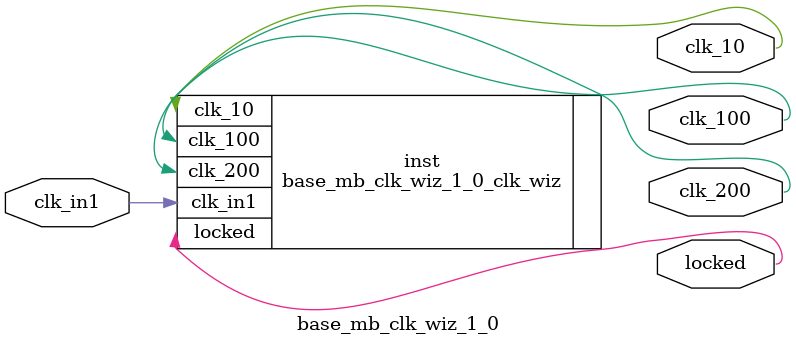
<source format=v>


`timescale 1ps/1ps

(* CORE_GENERATION_INFO = "base_mb_clk_wiz_1_0,clk_wiz_v6_0_2_0_0,{component_name=base_mb_clk_wiz_1_0,use_phase_alignment=true,use_min_o_jitter=false,use_max_i_jitter=false,use_dyn_phase_shift=false,use_inclk_switchover=false,use_dyn_reconfig=false,enable_axi=0,feedback_source=FDBK_AUTO,PRIMITIVE=MMCM,num_out_clk=3,clkin1_period=16.000,clkin2_period=10.0,use_power_down=false,use_reset=false,use_locked=true,use_inclk_stopped=false,feedback_type=SINGLE,CLOCK_MGR_TYPE=NA,manual_override=false}" *)

module base_mb_clk_wiz_1_0 
 (
  // Clock out ports
  output        clk_100,
  output        clk_200,
  output        clk_10,
  // Status and control signals
  output        locked,
 // Clock in ports
  input         clk_in1
 );

  base_mb_clk_wiz_1_0_clk_wiz inst
  (
  // Clock out ports  
  .clk_100(clk_100),
  .clk_200(clk_200),
  .clk_10(clk_10),
  // Status and control signals               
  .locked(locked),
 // Clock in ports
  .clk_in1(clk_in1)
  );

endmodule

</source>
